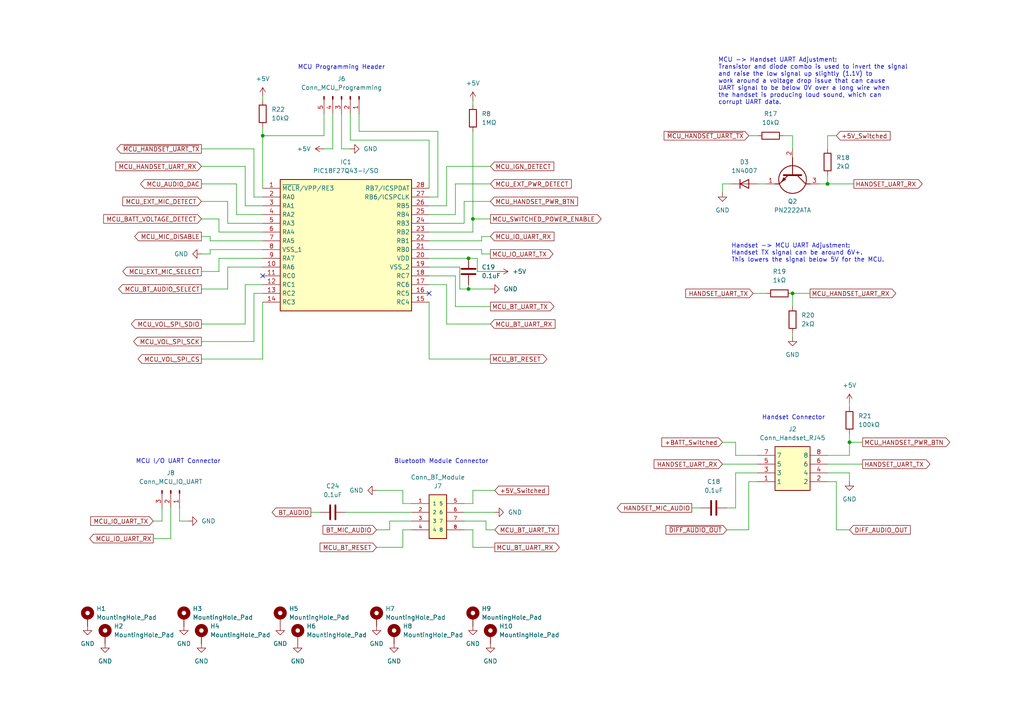
<source format=kicad_sch>
(kicad_sch (version 20230121) (generator eeschema)
  (paper "A4")
  (lib_symbols
    (symbol "Connector:Conn_01x03_Pin" (pin_names (offset 1.016) hide)
      (property "Reference" "J" (at 0 5.08 0))
      (property "Value" "Conn_01x03_Pin" (at 0 -5.08 0))
      (symbol "Conn_01x03_Pin_1_1"
        (polyline (pts (xy 1.27 -2.54) (xy 0.8636 -2.54)) (stroke (width 0.1524)))
        (polyline (pts (xy 1.27 0) (xy 0.8636 0)) (stroke (width 0.1524)))
        (polyline (pts (xy 1.27 2.54) (xy 0.8636 2.54)) (stroke (width 0.1524)))
        (rectangle (start 0.8636 -2.413) (end 0 -2.667) (stroke (width 0.1524)) (fill (type outline)))
        (rectangle (start 0.8636 0.127) (end 0 -0.127) (stroke (width 0.1524)) (fill (type outline)))
        (rectangle (start 0.8636 2.667) (end 0 2.413) (stroke (width 0.1524)) (fill (type outline)))
        (pin passive line (at 5.08 2.54 180) (length 3.81) (name "Pin_1") (number "1"))
        (pin passive line (at 5.08 0 180) (length 3.81) (name "Pin_2") (number "2"))
        (pin passive line (at 5.08 -2.54 180) (length 3.81) (name "Pin_3") (number "3"))
      )
    )
    (symbol "Connector:Conn_01x05_Pin" (pin_names (offset 1.016) hide)
      (property "Reference" "J" (at 0 7.62 0))
      (property "Value" "Conn_01x05_Pin" (at 0 -7.62 0))
      (symbol "Conn_01x05_Pin_1_1"
        (polyline (pts (xy 1.27 -5.08) (xy 0.8636 -5.08)) (stroke (width 0.1524)))
        (polyline (pts (xy 1.27 -2.54) (xy 0.8636 -2.54)) (stroke (width 0.1524)))
        (polyline (pts (xy 1.27 0) (xy 0.8636 0)) (stroke (width 0.1524)))
        (polyline (pts (xy 1.27 2.54) (xy 0.8636 2.54)) (stroke (width 0.1524)))
        (polyline (pts (xy 1.27 5.08) (xy 0.8636 5.08)) (stroke (width 0.1524)))
        (rectangle (start 0.8636 -4.953) (end 0 -5.207) (stroke (width 0.1524)) (fill (type outline)))
        (rectangle (start 0.8636 -2.413) (end 0 -2.667) (stroke (width 0.1524)) (fill (type outline)))
        (rectangle (start 0.8636 0.127) (end 0 -0.127) (stroke (width 0.1524)) (fill (type outline)))
        (rectangle (start 0.8636 2.667) (end 0 2.413) (stroke (width 0.1524)) (fill (type outline)))
        (rectangle (start 0.8636 5.207) (end 0 4.953) (stroke (width 0.1524)) (fill (type outline)))
        (pin passive line (at 5.08 5.08 180) (length 3.81) (name "Pin_1") (number "1"))
        (pin passive line (at 5.08 2.54 180) (length 3.81) (name "Pin_2") (number "2"))
        (pin passive line (at 5.08 0 180) (length 3.81) (name "Pin_3") (number "3"))
        (pin passive line (at 5.08 -2.54 180) (length 3.81) (name "Pin_4") (number "4"))
        (pin passive line (at 5.08 -5.08 180) (length 3.81) (name "Pin_5") (number "5"))
      )
    )
    (symbol "Device:C" (pin_numbers hide) (pin_names (offset 0.254))
      (property "Reference" "C" (at 0.635 2.54 0))
      (property "Value" "C" (at 0.635 -2.54 0))
      (symbol "C_0_1"
        (polyline (pts (xy -2.032 -0.762) (xy 2.032 -0.762)) (stroke (width 0.508)))
        (polyline (pts (xy -2.032 0.762) (xy 2.032 0.762)) (stroke (width 0.508)))
      )
      (symbol "C_1_1"
        (pin passive line (at 0 3.81 270) (length 2.794) (name "~") (number "1"))
        (pin passive line (at 0 -3.81 90) (length 2.794) (name "~") (number "2"))
      )
    )
    (symbol "Device:R" (pin_numbers hide) (pin_names (offset 0))
      (property "Reference" "R" (at 2.032 0 90))
      (property "Value" "R" (at 0 0 90))
      (symbol "R_0_1"
        (rectangle (start -1.016 -2.54) (end 1.016 2.54) (stroke (width 0.254)))
      )
      (symbol "R_1_1"
        (pin passive line (at 0 3.81 270) (length 1.27) (name "~") (number "1"))
        (pin passive line (at 0 -3.81 90) (length 1.27) (name "~") (number "2"))
      )
    )
    (symbol "Diode:1N4007" (pin_numbers hide) (pin_names hide)
      (property "Reference" "D" (at 0 2.54 0))
      (property "Value" "1N4007" (at 0 -2.54 0))
      (symbol "1N4007_0_1"
        (polyline (pts (xy -1.27 1.27) (xy -1.27 -1.27)) (stroke (width 0.254)))
        (polyline (pts (xy 1.27 0) (xy -1.27 0)))
        (polyline (pts (xy 1.27 1.27) (xy 1.27 -1.27) (xy -1.27 0) (xy 1.27 1.27)) (stroke (width 0.254)))
      )
      (symbol "1N4007_1_1"
        (pin passive line (at -3.81 0 0) (length 2.54) (name "K") (number "1"))
        (pin passive line (at 3.81 0 180) (length 2.54) (name "A") (number "2"))
      )
    )
    (symbol "M92 Bluetooth Adapter Motherboard:JAE_DRA-8SC-F0" (pin_names (offset 1.016))
      (property "Reference" "J" (at -3.04 7.62 0))
      (property "Value" "DRA-8SC-F0" (at -6.35 -7.62 0))
      (symbol "JAE_DRA-8SC-F0_0_0"
        (rectangle (start -2.54 7.62) (end 2.54 -5.08) (stroke (width 0.254)) (fill (type background)))
        (pin passive line (at -7.62 5.08 0) (length 5.08) (name "1") (number "1"))
        (pin passive line (at -7.62 0 0) (length 5.08) (name "3") (number "3"))
        (pin passive line (at 7.62 0 180) (length 5.08) (name "7") (number "7"))
        (pin passive line (at 7.62 -2.54 180) (length 5.08) (name "8") (number "8"))
      )
      (symbol "JAE_DRA-8SC-F0_1_0"
        (pin passive line (at -7.62 2.54 0) (length 5.08) (name "2") (number "2"))
        (pin passive line (at -7.62 -2.54 0) (length 5.08) (name "4") (number "4"))
        (pin passive line (at 7.62 5.08 180) (length 5.08) (name "5") (number "5"))
        (pin passive line (at 7.62 2.54 180) (length 5.08) (name "6") (number "6"))
      )
    )
    (symbol "Mechanical:MountingHole_Pad" (pin_numbers hide) (pin_names (offset 1.016) hide)
      (property "Reference" "H" (at 0 6.35 0))
      (property "Value" "MountingHole_Pad" (at 0 4.445 0))
      (symbol "MountingHole_Pad_0_1"
        (circle (center 0 1.27) (radius 1.27) (stroke (width 1.27)))
      )
      (symbol "MountingHole_Pad_1_1"
        (pin input line (at 0 -2.54 90) (length 2.54) (name "1") (number "1"))
      )
    )
    (symbol "SamacSys_Parts:GLX-N-88M-BLK"
      (property "Reference" "J" (at 16.51 7.62 0))
      (property "Value" "GLX-N-88M-BLK" (at 16.51 5.08 0))
      (symbol "GLX-N-88M-BLK_1_1"
        (rectangle (start 5.08 2.54) (end 15.24 -10.16) (stroke (width 0.254)) (fill (type background)))
        (pin passive line (at 0 -7.62 0) (length 5.08) (name "1") (number "1"))
        (pin passive line (at 20.32 -7.62 180) (length 5.08) (name "2") (number "2"))
        (pin passive line (at 0 -5.08 0) (length 5.08) (name "3") (number "3"))
        (pin passive line (at 20.32 -5.08 180) (length 5.08) (name "4") (number "4"))
        (pin passive line (at 0 -2.54 0) (length 5.08) (name "5") (number "5"))
        (pin passive line (at 20.32 -2.54 180) (length 5.08) (name "6") (number "6"))
        (pin passive line (at 0 0 0) (length 5.08) (name "7") (number "7"))
        (pin passive line (at 20.32 0 180) (length 5.08) (name "8") (number "8"))
      )
    )
    (symbol "SamacSys_Parts:PIC18F27Q43-I_SO"
      (property "Reference" "IC" (at 44.45 7.62 0))
      (property "Value" "PIC18F27Q43-I_SO" (at 44.45 5.08 0))
      (symbol "PIC18F27Q43-I_SO_1_1"
        (rectangle (start 5.08 2.54) (end 43.18 -35.56) (stroke (width 0.254)) (fill (type background)))
        (pin passive line (at 0 0 0) (length 5.08) (name "~{MCLR}/VPP/RE3") (number "1"))
        (pin passive line (at 0 -22.86 0) (length 5.08) (name "RA6") (number "10"))
        (pin passive line (at 0 -25.4 0) (length 5.08) (name "RC0") (number "11"))
        (pin passive line (at 0 -27.94 0) (length 5.08) (name "RC1") (number "12"))
        (pin passive line (at 0 -30.48 0) (length 5.08) (name "RC2") (number "13"))
        (pin passive line (at 0 -33.02 0) (length 5.08) (name "RC3") (number "14"))
        (pin passive line (at 48.26 -33.02 180) (length 5.08) (name "RC4") (number "15"))
        (pin passive line (at 48.26 -30.48 180) (length 5.08) (name "RC5") (number "16"))
        (pin passive line (at 48.26 -27.94 180) (length 5.08) (name "RC6") (number "17"))
        (pin passive line (at 48.26 -25.4 180) (length 5.08) (name "RC7") (number "18"))
        (pin power_in line (at 48.26 -22.86 180) (length 5.08) (name "VSS_2") (number "19"))
        (pin passive line (at 0 -2.54 0) (length 5.08) (name "RA0") (number "2"))
        (pin power_in line (at 48.26 -20.32 180) (length 5.08) (name "VDD") (number "20"))
        (pin passive line (at 48.26 -17.78 180) (length 5.08) (name "RB0") (number "21"))
        (pin passive line (at 48.26 -15.24 180) (length 5.08) (name "RB1") (number "22"))
        (pin passive line (at 48.26 -12.7 180) (length 5.08) (name "RB2") (number "23"))
        (pin passive line (at 48.26 -10.16 180) (length 5.08) (name "RB3") (number "24"))
        (pin passive line (at 48.26 -7.62 180) (length 5.08) (name "RB4") (number "25"))
        (pin passive line (at 48.26 -5.08 180) (length 5.08) (name "RB5") (number "26"))
        (pin passive line (at 48.26 -2.54 180) (length 5.08) (name "RB6/ICSPCLK") (number "27"))
        (pin passive line (at 48.26 0 180) (length 5.08) (name "RB7/ICSPDAT") (number "28"))
        (pin passive line (at 0 -5.08 0) (length 5.08) (name "RA1") (number "3"))
        (pin passive line (at 0 -7.62 0) (length 5.08) (name "RA2") (number "4"))
        (pin passive line (at 0 -10.16 0) (length 5.08) (name "RA3") (number "5"))
        (pin passive line (at 0 -12.7 0) (length 5.08) (name "RA4") (number "6"))
        (pin passive line (at 0 -15.24 0) (length 5.08) (name "RA5") (number "7"))
        (pin power_in line (at 0 -17.78 0) (length 5.08) (name "VSS_1") (number "8"))
        (pin passive line (at 0 -20.32 0) (length 5.08) (name "RA7") (number "9"))
      )
    )
    (symbol "SamacSys_Parts:PN2222ATA" (pin_names hide)
      (property "Reference" "Q" (at 13.97 1.27 0))
      (property "Value" "PN2222ATA" (at 13.97 -1.27 0))
      (symbol "PN2222ATA_1_1"
        (polyline (pts (xy 2.54 0) (xy 7.62 0)) (stroke (width 0.254)))
        (polyline (pts (xy 7.62 -1.27) (xy 10.16 -3.81)) (stroke (width 0.254)))
        (polyline (pts (xy 7.62 1.27) (xy 10.16 3.81)) (stroke (width 0.254)))
        (polyline (pts (xy 7.62 2.54) (xy 7.62 -2.54)) (stroke (width 0.508)))
        (polyline (pts (xy 10.16 -3.81) (xy 10.16 -5.08)) (stroke (width 0.254)))
        (polyline (pts (xy 10.16 3.81) (xy 10.16 5.08)) (stroke (width 0.254)))
        (polyline (pts (xy 8.382 -2.54) (xy 8.89 -2.032) (xy 9.398 -3.048) (xy 8.382 -2.54)) (stroke (width 0.254)) (fill (type outline)))
        (circle (center 8.89 0) (radius 4.016) (stroke (width 0.254)))
        (pin passive line (at 10.16 -7.62 90) (length 2.54) (name "E") (number "1"))
        (pin passive line (at 0 0 0) (length 2.54) (name "B") (number "2"))
        (pin passive line (at 10.16 7.62 270) (length 2.54) (name "C") (number "3"))
      )
    )
    (symbol "power:+5V" (power) (pin_names (offset 0))
      (property "Value" "+5V" (at 0 3.556 0))
      (symbol "+5V_0_1"
        (polyline (pts (xy -0.762 1.27) (xy 0 2.54)))
        (polyline (pts (xy 0 0) (xy 0 2.54)))
        (polyline (pts (xy 0 2.54) (xy 0.762 1.27)))
      )
      (symbol "+5V_1_1"
        (pin power_in line (at 0 0 90) (length 0) hide (name "+5V") (number "1"))
      )
    )
    (symbol "power:GND" (power) (pin_names (offset 0))
      (property "Value" "GND" (at 0 -3.81 0))
      (symbol "GND_0_1"
        (polyline (pts (xy 0 0) (xy 0 -1.27) (xy 1.27 -1.27) (xy 0 -2.54) (xy -1.27 -1.27) (xy 0 -1.27)))
      )
      (symbol "GND_1_1"
        (pin power_in line (at 0 0 270) (length 0) hide (name "GND") (number "1"))
      )
    )
  )
  (junction (at 240.03 53.34))
  (junction (at 135.89 74.93))
  (junction (at 229.87 85.09))
  (junction (at 246.38 128.27))
  (junction (at 135.89 83.82))
  (junction (at 137.16 63.5))
  (junction (at 76.2 39.37))
  (no_connect (at 76.2 80.01))
  (no_connect (at 124.46 85.09))
  (wire (pts (xy 229.87 85.09) (xy 229.87 88.9)))
  (wire (pts (xy 116.84 146.05) (xy 116.84 142.24)))
  (wire (pts (xy 237.49 53.34) (xy 240.03 53.34)))
  (wire (pts (xy 246.38 132.08) (xy 240.03 132.08)))
  (wire (pts (xy 129.54 93.98) (xy 142.24 93.98)))
  (wire (pts (xy 76.2 36.83) (xy 76.2 39.37)))
  (wire (pts (xy 200.66 147.32) (xy 203.2 147.32)))
  (wire (pts (xy 58.42 78.74) (xy 63.5 78.74)))
  (wire (pts (xy 58.42 99.06) (xy 73.66 99.06)))
  (wire (pts (xy 90.17 148.59) (xy 92.71 148.59)))
  (wire (pts (xy 246.38 116.84) (xy 246.38 118.11)))
  (wire (pts (xy 58.42 53.34) (xy 68.58 53.34)))
  (wire (pts (xy 68.58 53.34) (xy 68.58 62.23)))
  (wire (pts (xy 209.55 128.27) (xy 213.36 128.27)))
  (wire (pts (xy 124.46 74.93) (xy 135.89 74.93)))
  (wire (pts (xy 63.5 74.93) (xy 76.2 74.93)))
  (wire (pts (xy 63.5 78.74) (xy 63.5 74.93)))
  (wire (pts (xy 139.7 69.85) (xy 139.7 68.58)))
  (wire (pts (xy 134.62 146.05) (xy 137.16 146.05)))
  (wire (pts (xy 71.12 59.69) (xy 76.2 59.69)))
  (wire (pts (xy 76.2 27.94) (xy 76.2 29.21)))
  (wire (pts (xy 209.55 134.62) (xy 219.71 134.62)))
  (wire (pts (xy 124.46 80.01) (xy 132.08 80.01)))
  (wire (pts (xy 68.58 62.23) (xy 76.2 62.23)))
  (wire (pts (xy 217.17 153.67) (xy 217.17 139.7)))
  (wire (pts (xy 129.54 82.55) (xy 129.54 93.98)))
  (wire (pts (xy 137.16 142.24) (xy 143.51 142.24)))
  (wire (pts (xy 71.12 82.55) (xy 76.2 82.55)))
  (wire (pts (xy 134.62 151.13) (xy 140.97 151.13)))
  (wire (pts (xy 240.03 134.62) (xy 250.19 134.62)))
  (wire (pts (xy 124.46 57.15) (xy 127 57.15)))
  (wire (pts (xy 66.04 83.82) (xy 66.04 77.47)))
  (wire (pts (xy 246.38 137.16) (xy 246.38 139.7)))
  (wire (pts (xy 137.16 158.75) (xy 143.51 158.75)))
  (wire (pts (xy 250.19 128.27) (xy 246.38 128.27)))
  (wire (pts (xy 104.14 38.1) (xy 104.14 33.02)))
  (wire (pts (xy 134.62 153.67) (xy 137.16 153.67)))
  (wire (pts (xy 246.38 125.73) (xy 246.38 128.27)))
  (wire (pts (xy 134.62 64.77) (xy 124.46 64.77)))
  (wire (pts (xy 73.66 57.15) (xy 76.2 57.15)))
  (wire (pts (xy 66.04 77.47) (xy 76.2 77.47)))
  (wire (pts (xy 209.55 53.34) (xy 209.55 55.88)))
  (wire (pts (xy 71.12 93.98) (xy 71.12 82.55)))
  (wire (pts (xy 99.06 33.02) (xy 99.06 43.18)))
  (wire (pts (xy 217.17 39.37) (xy 219.71 39.37)))
  (wire (pts (xy 58.42 93.98) (xy 71.12 93.98)))
  (wire (pts (xy 132.08 80.01) (xy 132.08 88.9)))
  (wire (pts (xy 217.17 139.7) (xy 219.71 139.7)))
  (wire (pts (xy 137.16 38.1) (xy 137.16 63.5)))
  (wire (pts (xy 240.03 53.34) (xy 247.65 53.34)))
  (wire (pts (xy 116.84 153.67) (xy 116.84 158.75)))
  (wire (pts (xy 240.03 39.37) (xy 242.57 39.37)))
  (wire (pts (xy 135.89 74.93) (xy 138.43 74.93)))
  (wire (pts (xy 137.16 67.31) (xy 124.46 67.31)))
  (wire (pts (xy 133.35 83.82) (xy 135.89 83.82)))
  (wire (pts (xy 132.08 88.9) (xy 142.24 88.9)))
  (wire (pts (xy 137.16 142.24) (xy 137.16 146.05)))
  (wire (pts (xy 46.99 147.32) (xy 46.99 151.13)))
  (wire (pts (xy 213.36 128.27) (xy 213.36 132.08)))
  (wire (pts (xy 124.46 72.39) (xy 139.7 72.39)))
  (wire (pts (xy 229.87 96.52) (xy 229.87 97.79)))
  (wire (pts (xy 73.66 43.18) (xy 73.66 57.15)))
  (wire (pts (xy 142.24 63.5) (xy 137.16 63.5)))
  (wire (pts (xy 44.45 156.21) (xy 49.53 156.21)))
  (wire (pts (xy 66.04 58.42) (xy 66.04 64.77)))
  (wire (pts (xy 210.82 153.67) (xy 217.17 153.67)))
  (wire (pts (xy 46.99 151.13) (xy 44.45 151.13)))
  (wire (pts (xy 132.08 62.23) (xy 124.46 62.23)))
  (wire (pts (xy 60.96 68.58) (xy 60.96 69.85)))
  (wire (pts (xy 100.33 148.59) (xy 119.38 148.59)))
  (wire (pts (xy 66.04 64.77) (xy 76.2 64.77)))
  (wire (pts (xy 137.16 63.5) (xy 137.16 67.31)))
  (wire (pts (xy 212.09 53.34) (xy 209.55 53.34)))
  (wire (pts (xy 240.03 50.8) (xy 240.03 53.34)))
  (wire (pts (xy 116.84 153.67) (xy 119.38 153.67)))
  (wire (pts (xy 58.42 104.14) (xy 76.2 104.14)))
  (wire (pts (xy 124.46 87.63) (xy 124.46 104.14)))
  (wire (pts (xy 76.2 39.37) (xy 76.2 54.61)))
  (wire (pts (xy 116.84 146.05) (xy 119.38 146.05)))
  (wire (pts (xy 127 38.1) (xy 104.14 38.1)))
  (wire (pts (xy 140.97 151.13) (xy 140.97 153.67)))
  (wire (pts (xy 93.98 39.37) (xy 76.2 39.37)))
  (wire (pts (xy 116.84 158.75) (xy 109.22 158.75)))
  (wire (pts (xy 113.03 151.13) (xy 113.03 153.67)))
  (wire (pts (xy 246.38 153.67) (xy 242.57 153.67)))
  (wire (pts (xy 246.38 137.16) (xy 240.03 137.16)))
  (wire (pts (xy 242.57 153.67) (xy 242.57 139.7)))
  (wire (pts (xy 139.7 68.58) (xy 142.24 68.58)))
  (wire (pts (xy 96.52 43.18) (xy 93.98 43.18)))
  (wire (pts (xy 229.87 85.09) (xy 234.95 85.09)))
  (wire (pts (xy 213.36 147.32) (xy 213.36 137.16)))
  (wire (pts (xy 210.82 147.32) (xy 213.36 147.32)))
  (wire (pts (xy 58.42 43.18) (xy 73.66 43.18)))
  (wire (pts (xy 73.66 99.06) (xy 73.66 85.09)))
  (wire (pts (xy 124.46 104.14) (xy 142.24 104.14)))
  (wire (pts (xy 58.42 63.5) (xy 63.5 63.5)))
  (wire (pts (xy 124.46 69.85) (xy 139.7 69.85)))
  (wire (pts (xy 52.07 147.32) (xy 52.07 151.13)))
  (wire (pts (xy 240.03 43.18) (xy 240.03 39.37)))
  (wire (pts (xy 124.46 82.55) (xy 129.54 82.55)))
  (wire (pts (xy 124.46 59.69) (xy 129.54 59.69)))
  (wire (pts (xy 140.97 153.67) (xy 143.51 153.67)))
  (wire (pts (xy 109.22 142.24) (xy 116.84 142.24)))
  (wire (pts (xy 99.06 43.18) (xy 101.6 43.18)))
  (wire (pts (xy 73.66 85.09) (xy 76.2 85.09)))
  (wire (pts (xy 138.43 78.74) (xy 144.78 78.74)))
  (wire (pts (xy 242.57 139.7) (xy 240.03 139.7)))
  (wire (pts (xy 218.44 85.09) (xy 222.25 85.09)))
  (wire (pts (xy 213.36 137.16) (xy 219.71 137.16)))
  (wire (pts (xy 101.6 33.02) (xy 101.6 40.64)))
  (wire (pts (xy 129.54 48.26) (xy 142.24 48.26)))
  (wire (pts (xy 58.42 58.42) (xy 66.04 58.42)))
  (wire (pts (xy 138.43 74.93) (xy 138.43 78.74)))
  (wire (pts (xy 58.42 48.26) (xy 71.12 48.26)))
  (wire (pts (xy 137.16 29.21) (xy 137.16 30.48)))
  (wire (pts (xy 133.35 77.47) (xy 133.35 83.82)))
  (wire (pts (xy 135.89 83.82) (xy 135.89 82.55)))
  (wire (pts (xy 49.53 156.21) (xy 49.53 147.32)))
  (wire (pts (xy 71.12 48.26) (xy 71.12 59.69)))
  (wire (pts (xy 137.16 158.75) (xy 137.16 153.67)))
  (wire (pts (xy 219.71 53.34) (xy 222.25 53.34)))
  (wire (pts (xy 76.2 104.14) (xy 76.2 87.63)))
  (wire (pts (xy 63.5 67.31) (xy 76.2 67.31)))
  (wire (pts (xy 101.6 40.64) (xy 124.46 40.64)))
  (wire (pts (xy 139.7 72.39) (xy 139.7 73.66)))
  (wire (pts (xy 227.33 39.37) (xy 229.87 39.37)))
  (wire (pts (xy 124.46 77.47) (xy 133.35 77.47)))
  (wire (pts (xy 58.42 83.82) (xy 66.04 83.82)))
  (wire (pts (xy 129.54 59.69) (xy 129.54 48.26)))
  (wire (pts (xy 142.24 58.42) (xy 134.62 58.42)))
  (wire (pts (xy 229.87 39.37) (xy 229.87 43.18)))
  (wire (pts (xy 127 57.15) (xy 127 38.1)))
  (wire (pts (xy 58.42 68.58) (xy 60.96 68.58)))
  (wire (pts (xy 142.24 53.34) (xy 132.08 53.34)))
  (wire (pts (xy 113.03 151.13) (xy 119.38 151.13)))
  (wire (pts (xy 213.36 132.08) (xy 219.71 132.08)))
  (wire (pts (xy 96.52 33.02) (xy 96.52 43.18)))
  (wire (pts (xy 60.96 72.39) (xy 76.2 72.39)))
  (wire (pts (xy 246.38 128.27) (xy 246.38 132.08)))
  (wire (pts (xy 109.22 153.67) (xy 113.03 153.67)))
  (wire (pts (xy 132.08 53.34) (xy 132.08 62.23)))
  (wire (pts (xy 93.98 33.02) (xy 93.98 39.37)))
  (wire (pts (xy 52.07 151.13) (xy 54.61 151.13)))
  (wire (pts (xy 63.5 63.5) (xy 63.5 67.31)))
  (wire (pts (xy 58.42 73.66) (xy 60.96 73.66)))
  (wire (pts (xy 135.89 83.82) (xy 142.24 83.82)))
  (wire (pts (xy 60.96 73.66) (xy 60.96 72.39)))
  (wire (pts (xy 124.46 40.64) (xy 124.46 54.61)))
  (wire (pts (xy 134.62 58.42) (xy 134.62 64.77)))
  (wire (pts (xy 60.96 69.85) (xy 76.2 69.85)))
  (wire (pts (xy 139.7 73.66) (xy 142.24 73.66)))
  (wire (pts (xy 134.62 148.59) (xy 143.51 148.59)))
  (text "Bluetooth Module Connector" (at 114.3 134.62 0) (effects (font (size 1.27 1.27)) (justify left bottom)))
  (text "MCU Programming Header" (at 86.36 20.32 0) (effects (font (size 1.27 1.27)) (justify left bottom)))
  (text "MCU -> Handset UART Adjustment:\nTransistor and diode combo is used to invert the signal\nand raise the low signal up slightly (1.1V) to \nwork around a voltage drop issue that can cause\nUART signal to be below 0V over a long wire when\nthe handset is producing loud sound, which can \ncorrupt UART data." (at 208.28 30.48 0) (effects (font (size 1.27 1.27)) (justify left bottom)))
  (text "Handset -> MCU UART Adjustment:\nHandset TX signal can be around 6V+.\nThis lowers the signal below 5V for the MCU." (at 212.09 76.2 0) (effects (font (size 1.27 1.27)) (justify left bottom)))
  (text "Handset Connector" (at 220.98 121.92 0) (effects (font (size 1.27 1.27)) (justify left bottom)))
  (text "MCU I/O UART Connector" (at 39.37 134.62 0) (effects (font (size 1.27 1.27)) (justify left bottom)))
  (global_label "HANDSET_UART_TX" (shape input) (at 218.44 85.09 180) (property "Intersheetrefs" "${INTERSHEET_REFS}" (at 198.3401 85.09 0) (effects (justify right))))
  (global_label "MCU_IO_UART_RX" (shape output) (at 44.45 156.21 180) (property "Intersheetrefs" "${INTERSHEET_REFS}" (at 25.4386 156.21 0) (effects (justify right))))
  (global_label "MCU_IO_UART_RX" (shape input) (at 142.24 68.58 0) (property "Intersheetrefs" "${INTERSHEET_REFS}" (at 161.2514 68.58 0) (effects (justify left))))
  (global_label "MCU_HANDSET_PWR_BTN" (shape input) (at 142.24 58.42 0) (property "Intersheetrefs" "${INTERSHEET_REFS}" (at 168.0851 58.42 0) (effects (justify left))))
  (global_label "DIFF_AUDIO_OUT" (shape input) (at 246.38 153.67 0) (property "Intersheetrefs" "${INTERSHEET_REFS}" (at 264.6054 153.67 0) (effects (justify left))))
  (global_label "MCU_BT_UART_RX" (shape input) (at 142.24 93.98 0) (property "Intersheetrefs" "${INTERSHEET_REFS}" (at 161.5537 93.98 0) (effects (justify left))))
  (global_label "MCU_BT_RESET" (shape output) (at 142.24 104.14 0) (property "Intersheetrefs" "${INTERSHEET_REFS}" (at 159.195 104.14 0) (effects (justify left))))
  (global_label "MCU_EXT_MIC_DETECT" (shape input) (at 58.42 58.42 180) (property "Intersheetrefs" "${INTERSHEET_REFS}" (at 35.0546 58.42 0) (effects (justify right))))
  (global_label "MCU_VOL_SPI_SCK" (shape output) (at 58.42 99.06 180) (property "Intersheetrefs" "${INTERSHEET_REFS}" (at 38.1991 99.06 0) (effects (justify right))))
  (global_label "BT_AUDIO" (shape output) (at 90.17 148.59 180) (property "Intersheetrefs" "${INTERSHEET_REFS}" (at 78.3552 148.59 0) (effects (justify right))))
  (global_label "HANDSET_UART_RX" (shape output) (at 247.65 53.34 0) (property "Intersheetrefs" "${INTERSHEET_REFS}" (at 268.0523 53.34 0) (effects (justify left))))
  (global_label "MCU_IGN_DETECT" (shape input) (at 142.24 48.26 0) (property "Intersheetrefs" "${INTERSHEET_REFS}" (at 161.1908 48.26 0) (effects (justify left))))
  (global_label "~{MCU_HANDSET_UART_TX}" (shape input) (at 217.17 39.37 180) (property "Intersheetrefs" "${INTERSHEET_REFS}" (at 192.0506 39.37 0) (effects (justify right))))
  (global_label "MCU_AUDIO_DAC" (shape output) (at 58.42 53.34 180) (property "Intersheetrefs" "${INTERSHEET_REFS}" (at 40.1947 53.34 0) (effects (justify right))))
  (global_label "MCU_BT_UART_TX" (shape output) (at 142.24 88.9 0) (property "Intersheetrefs" "${INTERSHEET_REFS}" (at 161.2513 88.9 0) (effects (justify left))))
  (global_label "MCU_HANDSET_PWR_BTN" (shape output) (at 250.19 128.27 0) (property "Intersheetrefs" "${INTERSHEET_REFS}" (at 276.0351 128.27 0) (effects (justify left))))
  (global_label "MCU_BT_UART_TX" (shape input) (at 143.51 153.67 0) (property "Intersheetrefs" "${INTERSHEET_REFS}" (at 162.5213 153.67 0) (effects (justify left))))
  (global_label "MCU_BATT_VOLTAGE_DETECT" (shape input) (at 58.42 63.5 180) (property "Intersheetrefs" "${INTERSHEET_REFS}" (at 29.4907 63.5 0) (effects (justify right))))
  (global_label "MCU_BT_UART_RX" (shape output) (at 143.51 158.75 0) (property "Intersheetrefs" "${INTERSHEET_REFS}" (at 162.8237 158.75 0) (effects (justify left))))
  (global_label "HANDSET_MIC_AUDIO" (shape output) (at 200.66 147.32 180) (property "Intersheetrefs" "${INTERSHEET_REFS}" (at 178.4433 147.32 0) (effects (justify right))))
  (global_label "+5V_Switched" (shape input) (at 143.51 142.24 0) (property "Intersheetrefs" "${INTERSHEET_REFS}" (at 159.679 142.24 0) (effects (justify left))))
  (global_label "MCU_EXT_MIC_SELECT" (shape output) (at 58.42 78.74 180) (property "Intersheetrefs" "${INTERSHEET_REFS}" (at 35.0546 78.74 0) (effects (justify right))))
  (global_label "~{DIFF_AUDIO_OUT}" (shape input) (at 210.82 153.67 180) (property "Intersheetrefs" "${INTERSHEET_REFS}" (at 192.5946 153.67 0) (effects (justify right))))
  (global_label "MCU_EXT_PWR_DETECT" (shape input) (at 142.24 53.34 0) (property "Intersheetrefs" "${INTERSHEET_REFS}" (at 166.2706 53.34 0) (effects (justify left))))
  (global_label "MCU_BT_RESET" (shape input) (at 109.22 158.75 180) (property "Intersheetrefs" "${INTERSHEET_REFS}" (at 92.265 158.75 0) (effects (justify right))))
  (global_label "MCU_IO_UART_TX" (shape output) (at 142.24 73.66 0) (property "Intersheetrefs" "${INTERSHEET_REFS}" (at 160.949 73.66 0) (effects (justify left))))
  (global_label "MCU_IO_UART_TX" (shape input) (at 44.45 151.13 180) (property "Intersheetrefs" "${INTERSHEET_REFS}" (at 25.741 151.13 0) (effects (justify right))))
  (global_label "MCU_SWITCHED_POWER_ENABLE" (shape output) (at 142.24 63.5 0) (property "Intersheetrefs" "${INTERSHEET_REFS}" (at 174.9188 63.5 0) (effects (justify left))))
  (global_label "MCU_VOL_SPI_CS" (shape output) (at 58.42 104.14 180) (property "Intersheetrefs" "${INTERSHEET_REFS}" (at 39.4691 104.14 0) (effects (justify right))))
  (global_label "HANDSET_UART_TX" (shape output) (at 250.19 134.62 0) (property "Intersheetrefs" "${INTERSHEET_REFS}" (at 270.2899 134.62 0) (effects (justify left))))
  (global_label "BT_MIC_AUDIO" (shape input) (at 109.22 153.67 180) (property "Intersheetrefs" "${INTERSHEET_REFS}" (at 93.1114 153.67 0) (effects (justify right))))
  (global_label "MCU_HANDSET_UART_RX" (shape input) (at 58.42 48.26 180) (property "Intersheetrefs" "${INTERSHEET_REFS}" (at 32.9982 48.26 0) (effects (justify right))))
  (global_label "MCU_HANDSET_UART_RX" (shape output) (at 234.95 85.09 0) (property "Intersheetrefs" "${INTERSHEET_REFS}" (at 260.3718 85.09 0) (effects (justify left))))
  (global_label "MCU_VOL_SPI_SDIO" (shape output) (at 58.42 93.98 180) (property "Intersheetrefs" "${INTERSHEET_REFS}" (at 37.5338 93.98 0) (effects (justify right))))
  (global_label "+5V_Switched" (shape input) (at 242.57 39.37 0) (property "Intersheetrefs" "${INTERSHEET_REFS}" (at 258.739 39.37 0) (effects (justify left))))
  (global_label "~{MCU_HANDSET_UART_TX}" (shape output) (at 58.42 43.18 180) (property "Intersheetrefs" "${INTERSHEET_REFS}" (at 33.3006 43.18 0) (effects (justify right))))
  (global_label "MCU_BT_AUDIO_SELECT" (shape output) (at 58.42 83.82 180) (property "Intersheetrefs" "${INTERSHEET_REFS}" (at 33.8449 83.82 0) (effects (justify right))))
  (global_label "+BATT_Switched" (shape input) (at 209.55 128.27 180) (property "Intersheetrefs" "${INTERSHEET_REFS}" (at 191.3853 128.27 0) (effects (justify right))))
  (global_label "HANDSET_UART_RX" (shape input) (at 209.55 134.62 180) (property "Intersheetrefs" "${INTERSHEET_REFS}" (at 189.1477 134.62 0) (effects (justify right))))
  (global_label "MCU_MIC_DISABLE" (shape output) (at 58.42 68.58 180) (property "Intersheetrefs" "${INTERSHEET_REFS}" (at 38.5015 68.58 0) (effects (justify right))))
  (symbol (lib_id "Mechanical:MountingHole_Pad") (at 58.42 184.15 0) (unit 1) (in_bom no)
    (property "Reference" "H4" (at 60.96 181.61 0) (effects (justify left)))
    (property "Value" "MountingHole_Pad" (at 60.96 184.15 0) (effects (justify left)))
    (property "Footprint" "MountingHole:MountingHole_3.2mm_M3_Pad_Via" (effects hide))
  )
  (symbol (lib_id "Mechanical:MountingHole_Pad") (at 137.16 179.07 0) (unit 1) (in_bom no)
    (property "Reference" "H9" (at 139.7 176.53 0) (effects (justify left)))
    (property "Value" "MountingHole_Pad" (at 139.7 179.07 0) (effects (justify left)))
    (property "Footprint" "MountingHole:MountingHole_3.2mm_M3_Pad_Via" (effects hide))
  )
  (symbol (lib_id "Device:R") (at 226.06 85.09 270) (unit 1)
    (property "Reference" "R19" (at 226.06 78.74 90))
    (property "Value" "1kΩ" (at 226.06 81.28 90))
    (property "Footprint" "Resistor_SMD:R_1206_3216Metric_Pad1.30x1.75mm_HandSolder" (effects hide))
    (property "Datasheet" "https://www.mouser.com/datasheet/2/54/cr-1858361.pdf" (effects hide))
    (property "Height" "0.6" (effects hide))
    (property "Manufacturer_Name" "Bourns" (effects hide))
    (property "Manufacturer_Part_Number" "CR1206-FX-1001ELF" (effects hide))
    (property "Mouser Part Number" "652-CR1206FX-1001ELF" (effects hide))
    (property "Mouser Price/Stock" "https://www.mouser.com/ProductDetail/Bourns/CR1206-FX-1001ELF?qs=sGAEpiMZZMvdGkrng054t%2Fh5BnJxeWSzM1Z%2Fr5f8MxE%3D" (effects hide))
    (property "JLCPCB Part #" "C4410" (effects hide))
  )
  (symbol (lib_id "power:GND") (at 81.28 181.61 0) (unit 1)
    (property "Reference" "#PWR063" (effects hide))
    (property "Value" "GND" (at 81.28 186.69 0))
  )
  (symbol (lib_id "Device:R") (at 76.2 33.02 0) (unit 1)
    (property "Reference" "R22" (at 78.74 31.75 0) (effects (justify left)))
    (property "Value" "10kΩ" (at 78.74 34.29 0) (effects (justify left)))
    (property "Footprint" "Resistor_SMD:R_1206_3216Metric_Pad1.30x1.75mm_HandSolder" (effects hide))
    (property "Datasheet" "https://www.mouser.com/datasheet/2/54/cr-1858361.pdf" (effects hide))
    (property "Height" "0.6" (effects hide))
    (property "Manufacturer_Name" "Bourns" (effects hide))
    (property "Manufacturer_Part_Number" "CR1206-FX-1002ELF" (effects hide))
    (property "Mouser Part Number" "652-CR1206FX-1002ELF" (effects hide))
    (property "Mouser Price/Stock" "https://www.mouser.com/ProductDetail/Bourns/CR1206-FX-1002ELF?qs=sGAEpiMZZMvdGkrng054t%2Fh5BnJxeWSzU6vNG01OyXk%3D" (effects hide))
    (property "JLCPCB Part #" "C17902" (effects hide))
  )
  (symbol (lib_id "Mechanical:MountingHole_Pad") (at 142.24 184.15 0) (unit 1) (in_bom no)
    (property "Reference" "H10" (at 144.78 181.61 0) (effects (justify left)))
    (property "Value" "MountingHole_Pad" (at 144.78 184.15 0) (effects (justify left)))
    (property "Footprint" "MountingHole:MountingHole_3.2mm_M3_Pad_Via" (effects hide))
  )
  (symbol (lib_id "power:+5V") (at 93.98 43.18 90) (unit 1)
    (property "Reference" "#PWR037" (effects hide))
    (property "Value" "+5V" (at 90.17 43.18 90) (effects (justify left)))
  )
  (symbol (lib_id "SamacSys_Parts:PN2222ATA") (at 229.87 43.18 270) (unit 1)
    (property "Reference" "Q2" (at 229.87 58.42 90))
    (property "Value" "PN2222ATA" (at 229.87 60.96 90))
    (property "Footprint" "BC33740TA" (effects hide))
    (property "Datasheet" "https://www.mouser.com/datasheet/2/308/1/PN2222A_D-2319791.pdf" (effects hide))
    (property "Mouser Part Number" "512-PN2222ATA" (effects hide))
    (property "Mouser Price/Stock" "https://www.mouser.com/ProductDetail/onsemi-Fairchild/PN2222ATA?qs=QwEULm8S1DrfA%2FCRPqYa%252Bw%3D%3D" (effects hide))
    (property "Manufacturer_Name" "onsemi" (effects hide))
    (property "Manufacturer_Part_Number" "PN2222ATA" (effects hide))
  )
  (symbol (lib_id "power:+5V") (at 137.16 29.21 0) (unit 1)
    (property "Reference" "#PWR041" (effects hide))
    (property "Value" "+5V" (at 137.16 24.13 0))
  )
  (symbol (lib_id "Mechanical:MountingHole_Pad") (at 53.34 179.07 0) (unit 1) (in_bom no)
    (property "Reference" "H3" (at 55.88 176.53 0) (effects (justify left)))
    (property "Value" "MountingHole_Pad" (at 55.88 179.07 0) (effects (justify left)))
    (property "Footprint" "MountingHole:MountingHole_3.2mm_M3_Pad_Via" (effects hide))
  )
  (symbol (lib_id "Mechanical:MountingHole_Pad") (at 86.36 184.15 0) (unit 1) (in_bom no)
    (property "Reference" "H6" (at 88.9 181.61 0) (effects (justify left)))
    (property "Value" "MountingHole_Pad" (at 88.9 184.15 0) (effects (justify left)))
    (property "Footprint" "MountingHole:MountingHole_3.2mm_M3_Pad_Via" (effects hide))
  )
  (symbol (lib_id "Device:R") (at 137.16 34.29 0) (unit 1)
    (property "Reference" "R8" (at 139.7 33.02 0) (effects (justify left)))
    (property "Value" "1MΩ" (at 139.7 35.56 0) (effects (justify left)))
    (property "Footprint" "Resistor_SMD:R_1206_3216Metric_Pad1.30x1.75mm_HandSolder" (effects hide))
    (property "Datasheet" "https://www.mouser.com/datasheet/2/54/cr-1858361.pdf" (effects hide))
    (property "Height" "0.6" (effects hide))
    (property "Manufacturer_Name" "Bourns" (effects hide))
    (property "Manufacturer_Part_Number" "CR1206-FX-1004ELF" (effects hide))
    (property "Mouser Part Number" "652-CR1206FX-1004ELF" (effects hide))
    (property "Mouser Price/Stock" "https://www.mouser.com/ProductDetail/Bourns/CR1206-FX-1004ELF?qs=sGAEpiMZZMvdGkrng054t%2Fh5BnJxeWSzTqpm%252BH9NqIU%3D" (effects hide))
    (property "JLCPCB Part #" "C17927" (effects hide))
  )
  (symbol (lib_id "power:GND") (at 142.24 83.82 90) (unit 1)
    (property "Reference" "#PWR043" (effects hide))
    (property "Value" "GND" (at 146.05 83.82 90) (effects (justify right)))
  )
  (symbol (lib_id "power:GND") (at 246.38 139.7 0) (unit 1)
    (property "Reference" "#PWR031" (effects hide))
    (property "Value" "GND" (at 246.38 144.78 0))
  )
  (symbol (lib_id "power:GND") (at 54.61 151.13 90) (unit 1)
    (property "Reference" "#PWR048" (effects hide))
    (property "Value" "GND" (at 58.42 151.13 90) (effects (justify right)))
  )
  (symbol (lib_id "Device:R") (at 229.87 92.71 0) (unit 1)
    (property "Reference" "R20" (at 232.41 91.44 0) (effects (justify left)))
    (property "Value" "2kΩ" (at 232.41 93.98 0) (effects (justify left)))
    (property "Footprint" "Resistor_SMD:R_1206_3216Metric_Pad1.30x1.75mm_HandSolder" (effects hide))
    (property "Datasheet" "https://www.mouser.com/datasheet/2/54/cr-1858361.pdf" (effects hide))
    (property "Height" "0.6" (effects hide))
    (property "Manufacturer_Name" "Bourns" (effects hide))
    (property "Manufacturer_Part_Number" "CR1206-FX-2001ELF" (effects hide))
    (property "Mouser Part Number" "652-CR1206FX-2001ELF" (effects hide))
    (property "Mouser Price/Stock" "https://www.mouser.com/ProductDetail/Bourns/CR1206-FX-2001ELF?qs=sGAEpiMZZMvdGkrng054t%2Fh5BnJxeWSz1QkOGaMhuRQ%3D" (effects hide))
    (property "JLCPCB Part #" "C17944" (effects hide))
  )
  (symbol (lib_id "power:GND") (at 143.51 148.59 90) (unit 1)
    (property "Reference" "#PWR045" (effects hide))
    (property "Value" "GND" (at 147.32 148.59 90) (effects (justify right)))
  )
  (symbol (lib_id "Diode:1N4007") (at 215.9 53.34 0) (unit 1)
    (property "Reference" "D3" (at 215.9 46.99 0))
    (property "Value" "1N4007" (at 215.9 49.53 0))
    (property "Footprint" "Diode_THT:D_DO-41_SOD81_P2.54mm_Vertical_KathodeUp" (effects hide))
    (property "Datasheet" "http://www.vishay.com/docs/88503/1n4001.pdf" (effects hide))
    (property "Sim.Device" "D" (effects hide))
    (property "Sim.Pins" "1=K 2=A" (effects hide))
    (property "Manufacturer_Name" "Comchip Technology" (effects hide))
    (property "Manufacturer_Part_Number" "1N4007-G" (effects hide))
    (property "Mouser Part Number" "750-1N4007-G" (effects hide))
    (property "Mouser Price/Stock" "https://www.mouser.com/ProductDetail/Comchip-Technology/1N4007-G?qs=2qJf6qQ4IOKzApuByvlhjQ%3D%3D" (effects hide))
  )
  (symbol (lib_id "Device:C") (at 96.52 148.59 90) (unit 1)
    (property "Reference" "C24" (at 96.52 140.97 90))
    (property "Value" "0.1uF" (at 96.52 143.51 90))
    (property "Footprint" "Capacitor_SMD:C_1206_3216Metric_Pad1.33x1.80mm_HandSolder" (effects hide))
    (property "Manufacturer_Name" "KEMET" (effects hide))
    (property "Manufacturer_Part_Number" "C1206C104J4HACTU" (effects hide))
    (property "Mouser Part Number" "80-C1206C104J4HACTU" (effects hide))
    (property "Mouser Price/Stock" "https://www.mouser.com/ProductDetail/KEMET/C1206C104J4HACTU?qs=W0yvOO0ixfH3SzteelzlzQ%3D%3D" (effects hide))
    (property "JLCPCB Part #" "C24497" (effects hide))
  )
  (symbol (lib_id "Mechanical:MountingHole_Pad") (at 25.4 179.07 0) (unit 1) (in_bom no)
    (property "Reference" "H1" (at 27.94 176.53 0) (effects (justify left)))
    (property "Value" "MountingHole_Pad" (at 27.94 179.07 0) (effects (justify left)))
    (property "Footprint" "MountingHole:MountingHole_3.2mm_M3_Pad_Via" (effects hide))
  )
  (symbol (lib_id "Device:C") (at 135.89 78.74 180) (unit 1)
    (property "Reference" "C19" (at 139.7 77.47 0) (effects (justify right)))
    (property "Value" "0.1uF" (at 139.7 80.01 0) (effects (justify right)))
    (property "Footprint" "Capacitor_SMD:C_1206_3216Metric_Pad1.33x1.80mm_HandSolder" (effects hide))
    (property "Manufacturer_Name" "KEMET" (effects hide))
    (property "Manufacturer_Part_Number" "C1206C104J4HACTU" (effects hide))
    (property "Mouser Part Number" "80-C1206C104J4HACTU" (effects hide))
    (property "Mouser Price/Stock" "https://www.mouser.com/ProductDetail/KEMET/C1206C104J4HACTU?qs=W0yvOO0ixfH3SzteelzlzQ%3D%3D" (effects hide))
    (property "JLCPCB Part #" "C24497" (effects hide))
  )
  (symbol (lib_id "power:GND") (at 109.22 142.24 270) (unit 1)
    (property "Reference" "#PWR046" (effects hide))
    (property "Value" "GND" (at 105.41 142.24 90) (effects (justify right)))
  )
  (symbol (lib_id "power:+5V") (at 76.2 27.94 0) (unit 1)
    (property "Reference" "#PWR035" (effects hide))
    (property "Value" "+5V" (at 76.2 22.86 0))
  )
  (symbol (lib_id "power:GND") (at 109.22 181.61 0) (unit 1)
    (property "Reference" "#PWR065" (effects hide))
    (property "Value" "GND" (at 109.22 186.69 0))
  )
  (symbol (lib_id "Device:R") (at 240.03 46.99 0) (unit 1)
    (property "Reference" "R18" (at 242.57 45.72 0) (effects (justify left)))
    (property "Value" "2kΩ" (at 242.57 48.26 0) (effects (justify left)))
    (property "Footprint" "Resistor_SMD:R_1206_3216Metric_Pad1.30x1.75mm_HandSolder" (effects hide))
    (property "Datasheet" "https://www.mouser.com/datasheet/2/54/cr-1858361.pdf" (effects hide))
    (property "Height" "0.6" (effects hide))
    (property "Manufacturer_Name" "Bourns" (effects hide))
    (property "Manufacturer_Part_Number" "CR1206-FX-2001ELF" (effects hide))
    (property "Mouser Part Number" "652-CR1206FX-2001ELF" (effects hide))
    (property "Mouser Price/Stock" "https://www.mouser.com/ProductDetail/Bourns/CR1206-FX-2001ELF?qs=sGAEpiMZZMvdGkrng054t%2Fh5BnJxeWSz1QkOGaMhuRQ%3D" (effects hide))
    (property "JLCPCB Part #" "C17944" (effects hide))
  )
  (symbol (lib_id "power:GND") (at 114.3 186.69 0) (unit 1)
    (property "Reference" "#PWR066" (effects hide))
    (property "Value" "GND" (at 114.3 191.77 0))
  )
  (symbol (lib_id "power:GND") (at 86.36 186.69 0) (unit 1)
    (property "Reference" "#PWR064" (effects hide))
    (property "Value" "GND" (at 86.36 191.77 0))
  )
  (symbol (lib_id "power:GND") (at 137.16 181.61 0) (unit 1)
    (property "Reference" "#PWR067" (effects hide))
    (property "Value" "GND" (at 137.16 186.69 0))
  )
  (symbol (lib_id "Mechanical:MountingHole_Pad") (at 109.22 179.07 0) (unit 1) (in_bom no)
    (property "Reference" "H7" (at 111.76 176.53 0) (effects (justify left)))
    (property "Value" "MountingHole_Pad" (at 111.76 179.07 0) (effects (justify left)))
    (property "Footprint" "MountingHole:MountingHole_3.2mm_M3_Pad_Via" (effects hide))
  )
  (symbol (lib_id "Device:R") (at 223.52 39.37 270) (unit 1)
    (property "Reference" "R17" (at 223.52 33.02 90))
    (property "Value" "10kΩ" (at 223.52 35.56 90))
    (property "Footprint" "Resistor_SMD:R_1206_3216Metric_Pad1.30x1.75mm_HandSolder" (effects hide))
    (property "Datasheet" "https://www.mouser.com/datasheet/2/54/cr-1858361.pdf" (effects hide))
    (property "Height" "0.6" (effects hide))
    (property "Manufacturer_Name" "Bourns" (effects hide))
    (property "Manufacturer_Part_Number" "CR1206-FX-1002ELF" (effects hide))
    (property "Mouser Part Number" "652-CR1206FX-1002ELF" (effects hide))
    (property "Mouser Price/Stock" "https://www.mouser.com/ProductDetail/Bourns/CR1206-FX-1002ELF?qs=sGAEpiMZZMvdGkrng054t%2Fh5BnJxeWSzU6vNG01OyXk%3D" (effects hide))
    (property "JLCPCB Part #" "C17902" (effects hide))
  )
  (symbol (lib_id "power:GND") (at 58.42 186.69 0) (unit 1)
    (property "Reference" "#PWR062" (effects hide))
    (property "Value" "GND" (at 58.42 191.77 0))
  )
  (symbol (lib_id "Mechanical:MountingHole_Pad") (at 81.28 179.07 0) (unit 1) (in_bom no)
    (property "Reference" "H5" (at 83.82 176.53 0) (effects (justify left)))
    (property "Value" "MountingHole_Pad" (at 83.82 179.07 0) (effects (justify left)))
    (property "Footprint" "MountingHole:MountingHole_3.2mm_M3_ISO14580_Pad" (effects hide))
  )
  (symbol (lib_id "power:GND") (at 209.55 55.88 0) (unit 1)
    (property "Reference" "#PWR032" (effects hide))
    (property "Value" "GND" (at 209.55 60.96 0))
  )
  (symbol (lib_id "power:GND") (at 30.48 186.69 0) (unit 1)
    (property "Reference" "#PWR060" (effects hide))
    (property "Value" "GND" (at 30.48 191.77 0))
  )
  (symbol (lib_id "M92 Bluetooth Adapter Motherboard:JAE_DRA-8SC-F0") (at 127 151.13 0) (unit 1)
    (property "Reference" "J7" (at 127 140.97 0))
    (property "Value" "Conn_BT_Module" (at 127 138.43 0))
    (property "Footprint" "M92 Bluetooth Adapter Motherboard:JAE_DRA-8SC-F0" (effects hide))
    (property "Manufacturer_Name" "JAE" (effects hide))
    (property "Manufacturer_Part_Number" "DRA-8SC-F0" (effects hide))
  )
  (symbol (lib_id "SamacSys_Parts:GLX-N-88M-BLK") (at 219.71 132.08 0) (unit 1)
    (property "Reference" "J2" (at 229.87 124.46 0))
    (property "Value" "Conn_Handset_RJ45" (at 229.87 127 0))
    (property "Footprint" "GLXN88MBLK" (effects hide))
    (property "Datasheet" "https://www.kycon.com/Pub_Eng_Draw/GLX-N-88M.pdf" (effects hide))
    (property "Height" "14.85" (effects hide))
    (property "Mouser Part Number" "806-GLX-N-88M-BLK" (effects hide))
    (property "Mouser Price/Stock" "https://www.mouser.com/ProductDetail/Kycon/GLX-N-88M-BLK?qs=moKBCcMDJAVKDCLBxfYIfw%3D%3D" (effects hide))
    (property "Manufacturer_Name" "Kycon" (effects hide))
    (property "Manufacturer_Part_Number" "GLX-N-88M-BLK" (effects hide))
  )
  (symbol (lib_id "Device:C") (at 207.01 147.32 90) (unit 1)
    (property "Reference" "C18" (at 207.01 139.7 90))
    (property "Value" "0.1uF" (at 207.01 142.24 90))
    (property "Footprint" "Capacitor_SMD:C_1206_3216Metric_Pad1.33x1.80mm_HandSolder" (effects hide))
    (property "Manufacturer_Name" "KEMET" (effects hide))
    (property "Manufacturer_Part_Number" "C1206C104J4HACTU" (effects hide))
    (property "Mouser Part Number" "80-C1206C104J4HACTU" (effects hide))
    (property "Mouser Price/Stock" "https://www.mouser.com/ProductDetail/KEMET/C1206C104J4HACTU?qs=W0yvOO0ixfH3SzteelzlzQ%3D%3D" (effects hide))
    (property "JLCPCB Part #" "C24497" (effects hide))
  )
  (symbol (lib_id "power:GND") (at 101.6 43.18 90) (unit 1)
    (property "Reference" "#PWR036" (effects hide))
    (property "Value" "GND" (at 105.41 43.18 90) (effects (justify right)))
  )
  (symbol (lib_id "power:+5V") (at 246.38 116.84 0) (unit 1)
    (property "Reference" "#PWR034" (effects hide))
    (property "Value" "+5V" (at 246.38 111.76 0))
  )
  (symbol (lib_id "power:GND") (at 25.4 181.61 0) (unit 1)
    (property "Reference" "#PWR059" (effects hide))
    (property "Value" "GND" (at 25.4 186.69 0))
  )
  (symbol (lib_id "Mechanical:MountingHole_Pad") (at 30.48 184.15 0) (unit 1) (in_bom no)
    (property "Reference" "H2" (at 33.02 181.61 0) (effects (justify left)))
    (property "Value" "MountingHole_Pad" (at 33.02 184.15 0) (effects (justify left)))
    (property "Footprint" "MountingHole:MountingHole_3.2mm_M3_ISO14580_Pad" (effects hide))
  )
  (symbol (lib_id "power:GND") (at 229.87 97.79 0) (unit 1)
    (property "Reference" "#PWR033" (effects hide))
    (property "Value" "GND" (at 229.87 102.87 0))
  )
  (symbol (lib_id "Mechanical:MountingHole_Pad") (at 114.3 184.15 0) (unit 1) (in_bom no)
    (property "Reference" "H8" (at 116.84 181.61 0) (effects (justify left)))
    (property "Value" "MountingHole_Pad" (at 116.84 184.15 0) (effects (justify left)))
    (property "Footprint" "MountingHole:MountingHole_3.2mm_M3_Pad_Via" (effects hide))
  )
  (symbol (lib_id "SamacSys_Parts:PIC18F27Q43-I_SO") (at 76.2 54.61 0) (unit 1)
    (property "Reference" "IC1" (at 100.33 46.99 0))
    (property "Value" "PIC18F27Q43-I/SO" (at 100.33 49.53 0))
    (property "Footprint" "SOIC127P1030X265-28N" (effects hide))
    (property "Datasheet" "https://ww1.microchip.com/downloads/en/DeviceDoc/PIC18F27-47-57Q43-Data-Sheet-DS40002147D.pdf" (effects hide))
    (property "Height" "2.65" (effects hide))
    (property "Mouser Part Number" "579-PIC18F27Q43-I/SO" (effects hide))
    (property "Mouser Price/Stock" "https://www.mouser.com/ProductDetail/Microchip-Technology/PIC18F27Q43-I-SO?qs=T3oQrply3y%2FGU82PqOHndA%3D%3D" (effects hide))
    (property "Manufacturer_Name" "Microchip" (effects hide))
    (property "Manufacturer_Part_Number" "PIC18F27Q43-I/SO" (effects hide))
    (property "JLCPCB Part #" "C646530" (effects hide))
  )
  (symbol (lib_id "Connector:Conn_01x05_Pin") (at 99.06 27.94 270) (unit 1)
    (property "Reference" "J6" (at 99.06 22.86 90))
    (property "Value" "Conn_MCU_Programming" (at 99.06 25.4 90))
    (property "Footprint" "Connector_PinHeader_2.54mm:PinHeader_1x05_P2.54mm_Vertical" (effects hide))
  )
  (symbol (lib_id "Device:R") (at 246.38 121.92 0) (unit 1)
    (property "Reference" "R21" (at 248.92 120.65 0) (effects (justify left)))
    (property "Value" "100kΩ" (at 248.92 123.19 0) (effects (justify left)))
    (property "Footprint" "Resistor_SMD:R_1206_3216Metric_Pad1.30x1.75mm_HandSolder" (effects hide))
    (property "Datasheet" "https://www.mouser.com/datasheet/2/54/cr-1858361.pdf" (effects hide))
    (property "Height" "0.6" (effects hide))
    (property "Manufacturer_Name" "Bourns" (effects hide))
    (property "Manufacturer_Part_Number" "CR1206-FX-1003ELF" (effects hide))
    (property "Mouser Part Number" "652-CR1206FX-1003ELF" (effects hide))
    (property "Mouser Price/Stock" "https://www.mouser.com/ProductDetail/Bourns/CR1206-FX-1003ELF?qs=sGAEpiMZZMvdGkrng054t%2Fh5BnJxeWSzEzvHzHwEBoM%3D" (effects hide))
    (property "JLCPCB Part #" "C17900" (effects hide))
  )
  (symbol (lib_id "power:GND") (at 53.34 181.61 0) (unit 1)
    (property "Reference" "#PWR061" (effects hide))
    (property "Value" "GND" (at 53.34 186.69 0))
  )
  (symbol (lib_id "power:GND") (at 58.42 73.66 270) (unit 1)
    (property "Reference" "#PWR038" (effects hide))
    (property "Value" "GND" (at 54.61 73.66 90) (effects (justify right)))
  )
  (symbol (lib_id "power:GND") (at 142.24 186.69 0) (unit 1)
    (property "Reference" "#PWR068" (effects hide))
    (property "Value" "GND" (at 142.24 191.77 0))
  )
  (symbol (lib_id "Connector:Conn_01x03_Pin") (at 49.53 142.24 270) (unit 1)
    (property "Reference" "J8" (at 49.53 137.16 90))
    (property "Value" "Conn_MCU_IO_UART" (at 49.53 139.7 90))
    (property "Footprint" "Connector_PinHeader_2.54mm:PinHeader_1x03_P2.54mm_Vertical" (effects hide))
  )
  (symbol (lib_id "power:+5V") (at 144.78 78.74 270) (unit 1)
    (property "Reference" "#PWR044" (effects hide))
    (property "Value" "+5V" (at 148.59 78.74 90) (effects (justify left)))
  )
  (sheet (at 317.5 10.16) (size 36.83 27.94) (stroke (width 0.1524))
    (property "Sheetname" "Power Supply" (at 317.5 9.4484 0) (effects (justify left bottom)))
    (property "Sheetfile" "Power Supply.kicad_sch" (at 317.5 38.6846 0) (effects (justify left top)))
  )
  (sheet (at 317.5 49.53) (size 36.83 26.67) (stroke (width 0.1524))
    (property "Sheetname" "Audio" (at 317.5 48.8184 0) (effects (justify left bottom)))
    (property "Sheetfile" "Audio.kicad_sch" (at 317.5 76.7846 0) (effects (justify left top)))
  )
)
</source>
